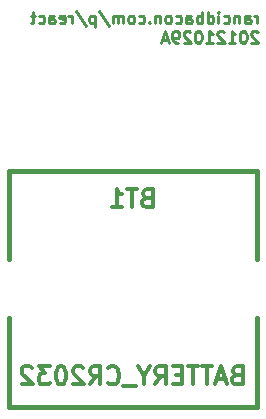
<source format=gbo>
G04 (created by PCBNEW (2012-oct-18)-testing) date Mon 29 Oct 2012 19:12:37 NZDT*
%MOIN*%
G04 Gerber Fmt 3.4, Leading zero omitted, Abs format*
%FSLAX34Y34*%
G01*
G70*
G90*
G04 APERTURE LIST*
%ADD10C,0.006*%
%ADD11C,0.00984252*%
%ADD12C,0.015*%
%ADD13C,0.012*%
G04 APERTURE END LIST*
G54D10*
G54D11*
X57906Y-50659D02*
X57906Y-50396D01*
X57906Y-50471D02*
X57887Y-50434D01*
X57868Y-50415D01*
X57831Y-50396D01*
X57793Y-50396D01*
X57493Y-50659D02*
X57493Y-50453D01*
X57512Y-50415D01*
X57550Y-50396D01*
X57625Y-50396D01*
X57662Y-50415D01*
X57493Y-50640D02*
X57531Y-50659D01*
X57625Y-50659D01*
X57662Y-50640D01*
X57681Y-50603D01*
X57681Y-50565D01*
X57662Y-50528D01*
X57625Y-50509D01*
X57531Y-50509D01*
X57493Y-50490D01*
X57306Y-50396D02*
X57306Y-50659D01*
X57306Y-50434D02*
X57287Y-50415D01*
X57250Y-50396D01*
X57193Y-50396D01*
X57156Y-50415D01*
X57137Y-50453D01*
X57137Y-50659D01*
X56781Y-50640D02*
X56818Y-50659D01*
X56893Y-50659D01*
X56931Y-50640D01*
X56950Y-50621D01*
X56968Y-50584D01*
X56968Y-50471D01*
X56950Y-50434D01*
X56931Y-50415D01*
X56893Y-50396D01*
X56818Y-50396D01*
X56781Y-50415D01*
X56612Y-50659D02*
X56612Y-50396D01*
X56612Y-50265D02*
X56631Y-50284D01*
X56612Y-50303D01*
X56593Y-50284D01*
X56612Y-50265D01*
X56612Y-50303D01*
X56256Y-50659D02*
X56256Y-50265D01*
X56256Y-50640D02*
X56293Y-50659D01*
X56368Y-50659D01*
X56406Y-50640D01*
X56425Y-50621D01*
X56443Y-50584D01*
X56443Y-50471D01*
X56425Y-50434D01*
X56406Y-50415D01*
X56368Y-50396D01*
X56293Y-50396D01*
X56256Y-50415D01*
X56068Y-50659D02*
X56068Y-50265D01*
X56068Y-50415D02*
X56031Y-50396D01*
X55956Y-50396D01*
X55919Y-50415D01*
X55900Y-50434D01*
X55881Y-50471D01*
X55881Y-50584D01*
X55900Y-50621D01*
X55919Y-50640D01*
X55956Y-50659D01*
X56031Y-50659D01*
X56068Y-50640D01*
X55544Y-50659D02*
X55544Y-50453D01*
X55562Y-50415D01*
X55600Y-50396D01*
X55675Y-50396D01*
X55712Y-50415D01*
X55544Y-50640D02*
X55581Y-50659D01*
X55675Y-50659D01*
X55712Y-50640D01*
X55731Y-50603D01*
X55731Y-50565D01*
X55712Y-50528D01*
X55675Y-50509D01*
X55581Y-50509D01*
X55544Y-50490D01*
X55187Y-50640D02*
X55225Y-50659D01*
X55300Y-50659D01*
X55337Y-50640D01*
X55356Y-50621D01*
X55375Y-50584D01*
X55375Y-50471D01*
X55356Y-50434D01*
X55337Y-50415D01*
X55300Y-50396D01*
X55225Y-50396D01*
X55187Y-50415D01*
X54962Y-50659D02*
X55000Y-50640D01*
X55019Y-50621D01*
X55037Y-50584D01*
X55037Y-50471D01*
X55019Y-50434D01*
X55000Y-50415D01*
X54962Y-50396D01*
X54906Y-50396D01*
X54869Y-50415D01*
X54850Y-50434D01*
X54831Y-50471D01*
X54831Y-50584D01*
X54850Y-50621D01*
X54869Y-50640D01*
X54906Y-50659D01*
X54962Y-50659D01*
X54662Y-50396D02*
X54662Y-50659D01*
X54662Y-50434D02*
X54644Y-50415D01*
X54606Y-50396D01*
X54550Y-50396D01*
X54512Y-50415D01*
X54494Y-50453D01*
X54494Y-50659D01*
X54306Y-50621D02*
X54287Y-50640D01*
X54306Y-50659D01*
X54325Y-50640D01*
X54306Y-50621D01*
X54306Y-50659D01*
X53950Y-50640D02*
X53988Y-50659D01*
X54062Y-50659D01*
X54100Y-50640D01*
X54119Y-50621D01*
X54137Y-50584D01*
X54137Y-50471D01*
X54119Y-50434D01*
X54100Y-50415D01*
X54062Y-50396D01*
X53988Y-50396D01*
X53950Y-50415D01*
X53725Y-50659D02*
X53763Y-50640D01*
X53781Y-50621D01*
X53800Y-50584D01*
X53800Y-50471D01*
X53781Y-50434D01*
X53763Y-50415D01*
X53725Y-50396D01*
X53669Y-50396D01*
X53631Y-50415D01*
X53613Y-50434D01*
X53594Y-50471D01*
X53594Y-50584D01*
X53613Y-50621D01*
X53631Y-50640D01*
X53669Y-50659D01*
X53725Y-50659D01*
X53425Y-50659D02*
X53425Y-50396D01*
X53425Y-50434D02*
X53406Y-50415D01*
X53369Y-50396D01*
X53313Y-50396D01*
X53275Y-50415D01*
X53256Y-50453D01*
X53256Y-50659D01*
X53256Y-50453D02*
X53238Y-50415D01*
X53200Y-50396D01*
X53144Y-50396D01*
X53106Y-50415D01*
X53088Y-50453D01*
X53088Y-50659D01*
X52619Y-50246D02*
X52956Y-50753D01*
X52488Y-50396D02*
X52488Y-50790D01*
X52488Y-50415D02*
X52450Y-50396D01*
X52375Y-50396D01*
X52338Y-50415D01*
X52319Y-50434D01*
X52300Y-50471D01*
X52300Y-50584D01*
X52319Y-50621D01*
X52338Y-50640D01*
X52375Y-50659D01*
X52450Y-50659D01*
X52488Y-50640D01*
X51850Y-50246D02*
X52188Y-50753D01*
X51719Y-50659D02*
X51719Y-50396D01*
X51719Y-50471D02*
X51700Y-50434D01*
X51682Y-50415D01*
X51644Y-50396D01*
X51607Y-50396D01*
X51325Y-50640D02*
X51363Y-50659D01*
X51438Y-50659D01*
X51475Y-50640D01*
X51494Y-50603D01*
X51494Y-50453D01*
X51475Y-50415D01*
X51438Y-50396D01*
X51363Y-50396D01*
X51325Y-50415D01*
X51307Y-50453D01*
X51307Y-50490D01*
X51494Y-50528D01*
X50969Y-50659D02*
X50969Y-50453D01*
X50988Y-50415D01*
X51025Y-50396D01*
X51100Y-50396D01*
X51138Y-50415D01*
X50969Y-50640D02*
X51007Y-50659D01*
X51100Y-50659D01*
X51138Y-50640D01*
X51157Y-50603D01*
X51157Y-50565D01*
X51138Y-50528D01*
X51100Y-50509D01*
X51007Y-50509D01*
X50969Y-50490D01*
X50613Y-50640D02*
X50650Y-50659D01*
X50725Y-50659D01*
X50763Y-50640D01*
X50782Y-50621D01*
X50800Y-50584D01*
X50800Y-50471D01*
X50782Y-50434D01*
X50763Y-50415D01*
X50725Y-50396D01*
X50650Y-50396D01*
X50613Y-50415D01*
X50500Y-50396D02*
X50350Y-50396D01*
X50444Y-50265D02*
X50444Y-50603D01*
X50425Y-50640D01*
X50388Y-50659D01*
X50350Y-50659D01*
X57925Y-50952D02*
X57906Y-50934D01*
X57868Y-50915D01*
X57775Y-50915D01*
X57737Y-50934D01*
X57718Y-50952D01*
X57700Y-50990D01*
X57700Y-51027D01*
X57718Y-51083D01*
X57943Y-51308D01*
X57700Y-51308D01*
X57456Y-50915D02*
X57418Y-50915D01*
X57381Y-50934D01*
X57362Y-50952D01*
X57343Y-50990D01*
X57325Y-51065D01*
X57325Y-51158D01*
X57343Y-51233D01*
X57362Y-51271D01*
X57381Y-51290D01*
X57418Y-51308D01*
X57456Y-51308D01*
X57493Y-51290D01*
X57512Y-51271D01*
X57531Y-51233D01*
X57550Y-51158D01*
X57550Y-51065D01*
X57531Y-50990D01*
X57512Y-50952D01*
X57493Y-50934D01*
X57456Y-50915D01*
X56950Y-51308D02*
X57175Y-51308D01*
X57062Y-51308D02*
X57062Y-50915D01*
X57100Y-50971D01*
X57137Y-51008D01*
X57175Y-51027D01*
X56800Y-50952D02*
X56781Y-50934D01*
X56743Y-50915D01*
X56650Y-50915D01*
X56612Y-50934D01*
X56593Y-50952D01*
X56575Y-50990D01*
X56575Y-51027D01*
X56593Y-51083D01*
X56818Y-51308D01*
X56575Y-51308D01*
X56200Y-51308D02*
X56425Y-51308D01*
X56312Y-51308D02*
X56312Y-50915D01*
X56350Y-50971D01*
X56387Y-51008D01*
X56425Y-51027D01*
X55956Y-50915D02*
X55919Y-50915D01*
X55881Y-50934D01*
X55862Y-50952D01*
X55844Y-50990D01*
X55825Y-51065D01*
X55825Y-51158D01*
X55844Y-51233D01*
X55862Y-51271D01*
X55881Y-51290D01*
X55919Y-51308D01*
X55956Y-51308D01*
X55994Y-51290D01*
X56012Y-51271D01*
X56031Y-51233D01*
X56050Y-51158D01*
X56050Y-51065D01*
X56031Y-50990D01*
X56012Y-50952D01*
X55994Y-50934D01*
X55956Y-50915D01*
X55675Y-50952D02*
X55656Y-50934D01*
X55619Y-50915D01*
X55525Y-50915D01*
X55487Y-50934D01*
X55469Y-50952D01*
X55450Y-50990D01*
X55450Y-51027D01*
X55469Y-51083D01*
X55694Y-51308D01*
X55450Y-51308D01*
X55262Y-51308D02*
X55187Y-51308D01*
X55150Y-51290D01*
X55131Y-51271D01*
X55094Y-51215D01*
X55075Y-51140D01*
X55075Y-50990D01*
X55094Y-50952D01*
X55112Y-50934D01*
X55150Y-50915D01*
X55225Y-50915D01*
X55262Y-50934D01*
X55281Y-50952D01*
X55300Y-50990D01*
X55300Y-51083D01*
X55281Y-51121D01*
X55262Y-51140D01*
X55225Y-51158D01*
X55150Y-51158D01*
X55112Y-51140D01*
X55094Y-51121D01*
X55075Y-51083D01*
X54925Y-51196D02*
X54737Y-51196D01*
X54962Y-51308D02*
X54831Y-50915D01*
X54700Y-51308D01*
G54D12*
X57883Y-58515D02*
X57883Y-55562D01*
X57883Y-63437D02*
X57883Y-60484D01*
X49616Y-58515D02*
X49616Y-55562D01*
X49616Y-63437D02*
X49616Y-60484D01*
X49616Y-63437D02*
X57884Y-63437D01*
X57884Y-55563D02*
X49616Y-55563D01*
G54D13*
X54221Y-56475D02*
X54135Y-56504D01*
X54107Y-56532D01*
X54078Y-56590D01*
X54078Y-56675D01*
X54107Y-56732D01*
X54135Y-56761D01*
X54192Y-56790D01*
X54421Y-56790D01*
X54421Y-56190D01*
X54221Y-56190D01*
X54164Y-56218D01*
X54135Y-56247D01*
X54107Y-56304D01*
X54107Y-56361D01*
X54135Y-56418D01*
X54164Y-56447D01*
X54221Y-56475D01*
X54421Y-56475D01*
X53907Y-56190D02*
X53564Y-56190D01*
X53735Y-56790D02*
X53735Y-56190D01*
X53050Y-56790D02*
X53392Y-56790D01*
X53221Y-56790D02*
X53221Y-56190D01*
X53278Y-56275D01*
X53335Y-56332D01*
X53392Y-56361D01*
X57221Y-62381D02*
X57135Y-62409D01*
X57107Y-62438D01*
X57078Y-62495D01*
X57078Y-62581D01*
X57107Y-62638D01*
X57135Y-62667D01*
X57192Y-62695D01*
X57421Y-62695D01*
X57421Y-62095D01*
X57221Y-62095D01*
X57164Y-62124D01*
X57135Y-62152D01*
X57107Y-62209D01*
X57107Y-62267D01*
X57135Y-62324D01*
X57164Y-62352D01*
X57221Y-62381D01*
X57421Y-62381D01*
X56850Y-62524D02*
X56564Y-62524D01*
X56907Y-62695D02*
X56707Y-62095D01*
X56507Y-62695D01*
X56392Y-62095D02*
X56050Y-62095D01*
X56221Y-62695D02*
X56221Y-62095D01*
X55935Y-62095D02*
X55592Y-62095D01*
X55764Y-62695D02*
X55764Y-62095D01*
X55392Y-62381D02*
X55192Y-62381D01*
X55107Y-62695D02*
X55392Y-62695D01*
X55392Y-62095D01*
X55107Y-62095D01*
X54507Y-62695D02*
X54707Y-62409D01*
X54850Y-62695D02*
X54850Y-62095D01*
X54621Y-62095D01*
X54564Y-62124D01*
X54535Y-62152D01*
X54507Y-62209D01*
X54507Y-62295D01*
X54535Y-62352D01*
X54564Y-62381D01*
X54621Y-62409D01*
X54850Y-62409D01*
X54135Y-62409D02*
X54135Y-62695D01*
X54335Y-62095D02*
X54135Y-62409D01*
X53935Y-62095D01*
X53878Y-62752D02*
X53421Y-62752D01*
X52935Y-62638D02*
X52964Y-62667D01*
X53050Y-62695D01*
X53107Y-62695D01*
X53192Y-62667D01*
X53250Y-62609D01*
X53278Y-62552D01*
X53307Y-62438D01*
X53307Y-62352D01*
X53278Y-62238D01*
X53250Y-62181D01*
X53192Y-62124D01*
X53107Y-62095D01*
X53050Y-62095D01*
X52964Y-62124D01*
X52935Y-62152D01*
X52335Y-62695D02*
X52535Y-62409D01*
X52678Y-62695D02*
X52678Y-62095D01*
X52450Y-62095D01*
X52392Y-62124D01*
X52364Y-62152D01*
X52335Y-62209D01*
X52335Y-62295D01*
X52364Y-62352D01*
X52392Y-62381D01*
X52450Y-62409D01*
X52678Y-62409D01*
X52107Y-62152D02*
X52078Y-62124D01*
X52021Y-62095D01*
X51878Y-62095D01*
X51821Y-62124D01*
X51792Y-62152D01*
X51764Y-62209D01*
X51764Y-62267D01*
X51792Y-62352D01*
X52135Y-62695D01*
X51764Y-62695D01*
X51392Y-62095D02*
X51335Y-62095D01*
X51278Y-62124D01*
X51250Y-62152D01*
X51221Y-62209D01*
X51192Y-62324D01*
X51192Y-62467D01*
X51221Y-62581D01*
X51250Y-62638D01*
X51278Y-62667D01*
X51335Y-62695D01*
X51392Y-62695D01*
X51450Y-62667D01*
X51478Y-62638D01*
X51507Y-62581D01*
X51535Y-62467D01*
X51535Y-62324D01*
X51507Y-62209D01*
X51478Y-62152D01*
X51450Y-62124D01*
X51392Y-62095D01*
X50992Y-62095D02*
X50621Y-62095D01*
X50821Y-62324D01*
X50735Y-62324D01*
X50678Y-62352D01*
X50650Y-62381D01*
X50621Y-62438D01*
X50621Y-62581D01*
X50650Y-62638D01*
X50678Y-62667D01*
X50735Y-62695D01*
X50907Y-62695D01*
X50964Y-62667D01*
X50992Y-62638D01*
X50392Y-62152D02*
X50364Y-62124D01*
X50307Y-62095D01*
X50164Y-62095D01*
X50107Y-62124D01*
X50078Y-62152D01*
X50049Y-62209D01*
X50049Y-62267D01*
X50078Y-62352D01*
X50421Y-62695D01*
X50049Y-62695D01*
M02*

</source>
